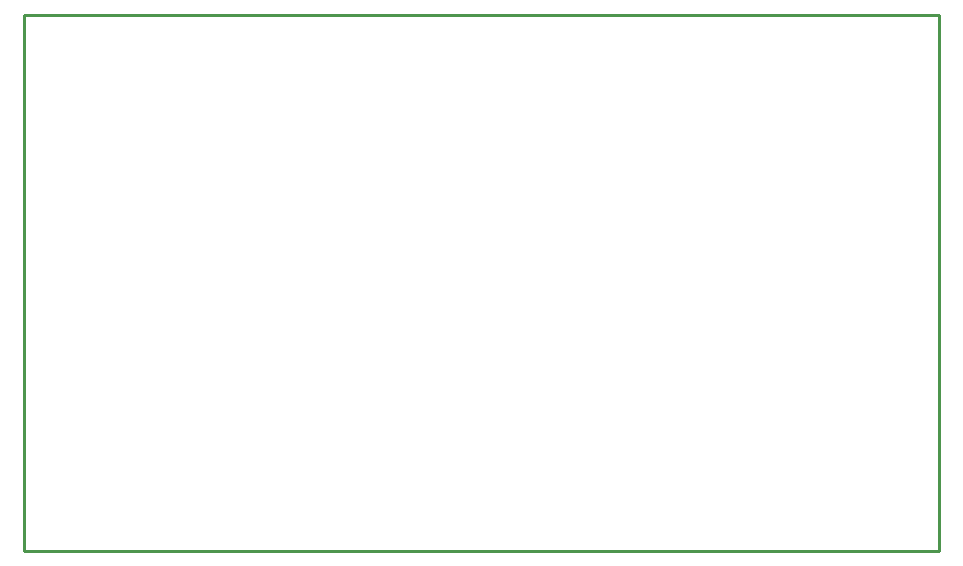
<source format=gbr>
G04 EAGLE Gerber RS-274X export*
G75*
%MOMM*%
%FSLAX34Y34*%
%LPD*%
%IN*%
%IPPOS*%
%AMOC8*
5,1,8,0,0,1.08239X$1,22.5*%
G01*
%ADD10C,0.254000*%


D10*
X0Y0D02*
X774500Y0D01*
X774500Y453900D01*
X0Y453900D01*
X0Y0D01*
M02*

</source>
